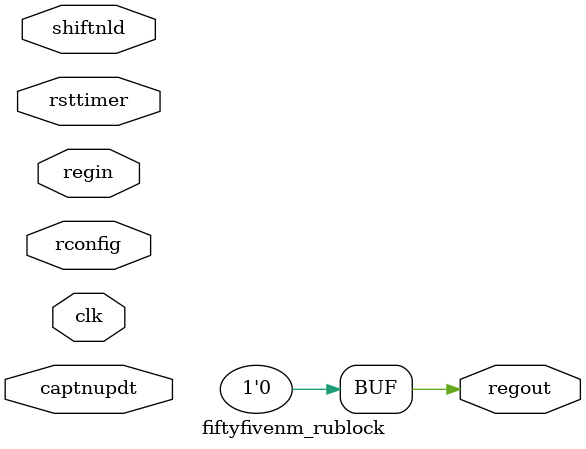
<source format=v>

`default_nettype none

/* verilator lint_off UNUSEDSIGNAL */

module fiftyfivenm_rublock(
    input wire rconfig,
    input wire clk,
    input wire rsttimer,
    input wire shiftnld,
    input wire captnupdt,
    input wire regin,
    output wire regout
  );

  assign regout = 0;



endmodule

/* verilator lint_on UNUSEDSIGNAL */

</source>
